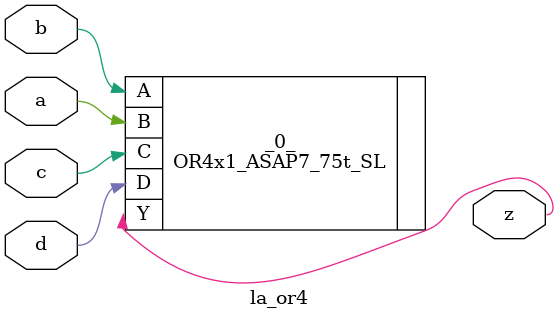
<source format=v>

/* Generated by Yosys 0.44 (git sha1 80ba43d26, g++ 11.4.0-1ubuntu1~22.04 -fPIC -O3) */

(* top =  1  *)
(* src = "inputs/la_or4.v:10.1-22.10" *)
module la_or4 (
    a,
    b,
    c,
    d,
    z
);
  (* src = "inputs/la_or4.v:13.12-13.13" *)
  input a;
  wire a;
  (* src = "inputs/la_or4.v:14.12-14.13" *)
  input b;
  wire b;
  (* src = "inputs/la_or4.v:15.12-15.13" *)
  input c;
  wire c;
  (* src = "inputs/la_or4.v:16.12-16.13" *)
  input d;
  wire d;
  (* src = "inputs/la_or4.v:17.12-17.13" *)
  output z;
  wire z;
  OR4x1_ASAP7_75t_SL _0_ (
      .A(b),
      .B(a),
      .C(c),
      .D(d),
      .Y(z)
  );
endmodule

</source>
